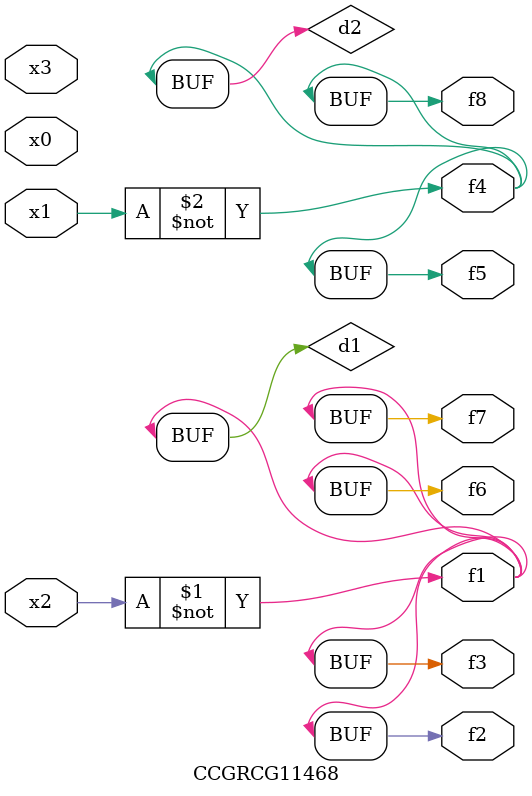
<source format=v>
module CCGRCG11468(
	input x0, x1, x2, x3,
	output f1, f2, f3, f4, f5, f6, f7, f8
);

	wire d1, d2;

	xnor (d1, x2);
	not (d2, x1);
	assign f1 = d1;
	assign f2 = d1;
	assign f3 = d1;
	assign f4 = d2;
	assign f5 = d2;
	assign f6 = d1;
	assign f7 = d1;
	assign f8 = d2;
endmodule

</source>
